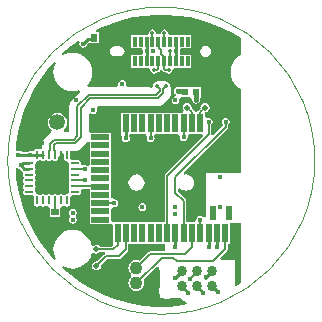
<source format=gtl>
G04*
G04 #@! TF.GenerationSoftware,Altium Limited,Altium Designer,19.0.14 (431)*
G04*
G04 Layer_Physical_Order=1*
G04 Layer_Color=255*
%FSLAX25Y25*%
%MOIN*%
G70*
G01*
G75*
%ADD14C,0.00050*%
%ADD15C,0.01968*%
%ADD16O,0.03150X0.00984*%
%ADD17O,0.00984X0.03150*%
%ADD18R,0.10551X0.10551*%
%ADD19R,0.01968X0.04724*%
%ADD20R,0.03543X0.06299*%
%ADD21R,0.01968X0.06299*%
%ADD22R,0.06299X0.01968*%
%ADD23R,0.02323X0.02441*%
G04:AMPARAMS|DCode=24|XSize=40.55mil|YSize=19.68mil|CornerRadius=0mil|HoleSize=0mil|Usage=FLASHONLY|Rotation=141.000|XOffset=0mil|YOffset=0mil|HoleType=Round|Shape=Rectangle|*
%AMROTATEDRECTD24*
4,1,4,0.02195,-0.00511,0.00956,-0.02041,-0.02195,0.00511,-0.00956,0.02041,0.02195,-0.00511,0.0*
%
%ADD24ROTATEDRECTD24*%

%ADD25R,0.01181X0.03347*%
%ADD26R,0.03228X0.02165*%
G04:AMPARAMS|DCode=27|XSize=40.55mil|YSize=19.68mil|CornerRadius=0mil|HoleSize=0mil|Usage=FLASHONLY|Rotation=219.000|XOffset=0mil|YOffset=0mil|HoleType=Round|Shape=Rectangle|*
%AMROTATEDRECTD27*
4,1,4,0.00956,0.02041,0.02195,0.00511,-0.00956,-0.02041,-0.02195,-0.00511,0.00956,0.02041,0.0*
%
%ADD27ROTATEDRECTD27*%

%ADD28R,0.02441X0.02598*%
%ADD29R,0.01575X0.01181*%
%ADD30R,0.02598X0.02441*%
%ADD54C,0.03398*%
%ADD55C,0.00600*%
%ADD56C,0.01000*%
%ADD57C,0.01500*%
%ADD58C,0.00700*%
%ADD59C,0.00701*%
%ADD60C,0.02000*%
%ADD61R,0.05315X0.05315*%
%ADD62C,0.05315*%
%ADD63C,0.04331*%
%ADD64R,0.04331X0.04331*%
%ADD65C,0.05118*%
%ADD66C,0.01600*%
%ADD67C,0.01400*%
G36*
X5720Y48332D02*
X9495Y47734D01*
X13211Y46842D01*
X16845Y45662D01*
X20376Y44199D01*
X23781Y42464D01*
X26575Y40752D01*
Y35212D01*
X25952Y34879D01*
X24976Y34079D01*
X24176Y33103D01*
X23581Y31991D01*
X23215Y30783D01*
X23091Y29528D01*
X23215Y28272D01*
X23581Y27064D01*
X24176Y25952D01*
X24976Y24976D01*
X25952Y24176D01*
X26575Y23843D01*
Y-3434D01*
X26575Y-4134D01*
X14764D01*
Y-18701D01*
X13859D01*
X13499Y-18461D01*
X12992Y-18360D01*
X12485Y-18461D01*
X12055Y-18748D01*
X11768Y-19178D01*
X11667Y-19685D01*
X11702Y-19863D01*
X11237Y-20563D01*
X8347D01*
Y-13386D01*
X8281Y-13054D01*
X8093Y-12773D01*
X5591Y-10271D01*
Y-9323D01*
X6291Y-9086D01*
X6367Y-9184D01*
X6923Y-9612D01*
X7572Y-9880D01*
X8268Y-9972D01*
X8963Y-9880D01*
X9612Y-9612D01*
X10169Y-9184D01*
X10596Y-8628D01*
X10864Y-7979D01*
X10956Y-7283D01*
X10864Y-6588D01*
X10596Y-5939D01*
X10169Y-5382D01*
X9612Y-4955D01*
X8963Y-4687D01*
X8268Y-4595D01*
X7636Y-4678D01*
X7580Y-4626D01*
X7438Y-3886D01*
X22070Y10746D01*
X22257Y11027D01*
X22323Y11358D01*
Y12008D01*
X22394Y12055D01*
X22681Y12485D01*
X22782Y12992D01*
X22681Y13499D01*
X22394Y13929D01*
X21964Y14217D01*
X21457Y14318D01*
X20949Y14217D01*
X20519Y13929D01*
X20232Y13499D01*
X20131Y12992D01*
X20232Y12485D01*
X20519Y12055D01*
X20282Y11410D01*
X17242Y8369D01*
X17108Y8400D01*
X16597Y8714D01*
X16615Y8805D01*
Y12008D01*
X16685Y12055D01*
X16973Y12485D01*
X17074Y12992D01*
X16973Y13499D01*
X16685Y13929D01*
X16255Y14217D01*
X15748Y14318D01*
X15241Y14217D01*
X15176Y14174D01*
X14476Y14548D01*
Y15526D01*
X14551Y16083D01*
X15072Y16304D01*
X15146Y16318D01*
X15637Y16646D01*
X15965Y17137D01*
X16080Y17717D01*
X15965Y18296D01*
X15637Y18787D01*
X15146Y19115D01*
X14567Y19230D01*
X13988Y19115D01*
X13497Y18787D01*
X13169Y18296D01*
X13054Y17717D01*
X13101Y17477D01*
X12429Y16805D01*
X12241Y16524D01*
X12234Y16488D01*
X11700Y16183D01*
X10997Y16418D01*
X10976Y16524D01*
X10788Y16805D01*
X10116Y17477D01*
X10164Y17717D01*
X10048Y18296D01*
X9720Y18787D01*
X9229Y19115D01*
X8650Y19230D01*
X8071Y19115D01*
X7580Y18787D01*
X7252Y18296D01*
X7137Y17717D01*
X7252Y17137D01*
X7510Y16751D01*
X7391Y16342D01*
X7211Y16051D01*
X-13295D01*
Y8752D01*
X-13295D01*
X-12992Y8052D01*
X-13036Y7988D01*
X-13137Y7480D01*
X-13036Y6973D01*
X-12748Y6543D01*
X-12318Y6256D01*
X-11811Y6155D01*
X-11304Y6256D01*
X-10874Y6543D01*
X-10587Y6973D01*
X-10486Y7480D01*
X-10587Y7988D01*
X-10629Y8052D01*
X-10312Y8752D01*
X-5099D01*
X-4725Y8052D01*
X-4768Y7988D01*
X-4869Y7480D01*
X-4768Y6973D01*
X-4481Y6543D01*
X-4050Y6256D01*
X-3543Y6155D01*
X-3036Y6256D01*
X-2606Y6543D01*
X-2319Y6973D01*
X-2218Y7480D01*
X-2319Y7988D01*
X-2362Y8052D01*
X-1988Y8752D01*
X5726D01*
X6190Y8052D01*
X6155Y7874D01*
X6256Y7367D01*
X6543Y6937D01*
X6973Y6650D01*
X7480Y6549D01*
X7988Y6650D01*
X8418Y6937D01*
X8705Y7367D01*
X8806Y7874D01*
X8770Y8052D01*
X9235Y8752D01*
X13555D01*
X13823Y8105D01*
X1356Y-4362D01*
X1168Y-4643D01*
X1102Y-4975D01*
Y-20563D01*
X-15926D01*
X-16051Y-20563D01*
X-16626Y-20261D01*
Y-15983D01*
X-16556Y-15873D01*
X-16095Y-15510D01*
X-15926Y-15463D01*
X-15748Y-15499D01*
X-15241Y-15398D01*
X-14811Y-15111D01*
X-14524Y-14681D01*
X-14423Y-14173D01*
X-14524Y-13666D01*
X-14811Y-13236D01*
X-15241Y-12949D01*
X-15748Y-12848D01*
X-15926Y-12883D01*
X-16565Y-12459D01*
X-16626Y-12363D01*
Y-7390D01*
Y-4634D01*
Y-1878D01*
Y878D01*
Y3634D01*
Y6390D01*
Y9358D01*
X-23468D01*
X-23925Y9358D01*
X-24168Y9958D01*
Y15619D01*
X-23882Y15798D01*
X-23468Y15920D01*
X-23145Y15705D01*
X-22638Y15604D01*
X-22131Y15705D01*
X-21701Y15992D01*
X-21413Y16422D01*
X-21312Y16929D01*
X-21413Y17436D01*
X-21443Y17481D01*
X-21069Y18181D01*
X-1200D01*
X-505Y18272D01*
X142Y18541D01*
X698Y18967D01*
X2449Y20718D01*
X2875Y21274D01*
X3144Y21921D01*
X3235Y22616D01*
Y23975D01*
X3144Y24670D01*
X2875Y25318D01*
X2449Y25874D01*
X1893Y26301D01*
X1245Y26569D01*
X550Y26660D01*
X0Y26588D01*
X-550Y26660D01*
X-1245Y26569D01*
X-1893Y26301D01*
X-2449Y25874D01*
X-2875Y25318D01*
X-3144Y24670D01*
X-3146Y24651D01*
X-11214D01*
X-11339Y24749D01*
X-11714Y25351D01*
X-11667Y25591D01*
X-11767Y26098D01*
X-12055Y26528D01*
X-12485Y26815D01*
X-12992Y26916D01*
X-13499Y26815D01*
X-13929Y26528D01*
X-14217Y26098D01*
X-14318Y25591D01*
X-14270Y25351D01*
X-14645Y24749D01*
X-14770Y24651D01*
X-24159D01*
X-24359Y24625D01*
X-24725Y25283D01*
X-24176Y25952D01*
X-23581Y27064D01*
X-23215Y28272D01*
X-23091Y29528D01*
X-23215Y30783D01*
X-23581Y31991D01*
X-24176Y33103D01*
X-24976Y34079D01*
X-25952Y34879D01*
X-27064Y35474D01*
X-28272Y35840D01*
X-29528Y35964D01*
X-30783Y35840D01*
X-31991Y35474D01*
X-32681Y35105D01*
X-33103Y35673D01*
X-33037Y35739D01*
X-30131Y38221D01*
X-27727Y39968D01*
X-27222Y39496D01*
X-27210Y39478D01*
X-27310Y38976D01*
X-27209Y38469D01*
X-26921Y38039D01*
X-26491Y37752D01*
X-25984Y37651D01*
X-25477Y37752D01*
X-25047Y38039D01*
X-24760Y38469D01*
X-24688Y38831D01*
X-24632Y38887D01*
X-24063Y39205D01*
X-20622D01*
Y42803D01*
X-21616D01*
X-21780Y43484D01*
X-20376Y44199D01*
X-16845Y45662D01*
X-13211Y46842D01*
X-9495Y47734D01*
X-5720Y48332D01*
X-1911Y48632D01*
X1911D01*
X5720Y48332D01*
D02*
G37*
G36*
X-35105Y32681D02*
X-35474Y31991D01*
X-35840Y30783D01*
X-35964Y29528D01*
X-35840Y28272D01*
X-35474Y27064D01*
X-34879Y25952D01*
X-34079Y24976D01*
X-33103Y24176D01*
X-31991Y23581D01*
X-30783Y23215D01*
X-29528Y23091D01*
X-28272Y23215D01*
X-27448Y23465D01*
X-27077Y22846D01*
X-29851Y20071D01*
X-30278Y19515D01*
X-30546Y18867D01*
X-30638Y18172D01*
Y9691D01*
X-32355D01*
X-32593Y10391D01*
X-32394Y10543D01*
X-31888Y11203D01*
X-31569Y11971D01*
X-31461Y12795D01*
X-31569Y13620D01*
X-31888Y14388D01*
X-32394Y15047D01*
X-33053Y15553D01*
X-33821Y15871D01*
X-34646Y15980D01*
X-35470Y15871D01*
X-36238Y15553D01*
X-36898Y15047D01*
X-37404Y14388D01*
X-37722Y13620D01*
X-37830Y12795D01*
X-37722Y11971D01*
X-37404Y11203D01*
X-36898Y10543D01*
X-36526Y10258D01*
X-36516Y10214D01*
X-36642Y9488D01*
X-37021Y9331D01*
X-37577Y8904D01*
X-38866Y7615D01*
X-39293Y7059D01*
X-39561Y6412D01*
X-39652Y5717D01*
Y4007D01*
X-39757Y3986D01*
X-40085Y3766D01*
X-40623D01*
X-40951Y3986D01*
X-41339Y4063D01*
X-41726Y3986D01*
X-42054Y3766D01*
X-42273Y3438D01*
X-42305Y3281D01*
X-42976Y3084D01*
X-43035Y3087D01*
X-43194Y3193D01*
X-43701Y3294D01*
X-44208Y3193D01*
X-44515Y2988D01*
X-46350D01*
Y3065D01*
X-48026D01*
X-48501Y3579D01*
X-48332Y5720D01*
X-47734Y9495D01*
X-46842Y13211D01*
X-45662Y16845D01*
X-44199Y20376D01*
X-42464Y23781D01*
X-40467Y27039D01*
X-38221Y30131D01*
X-35739Y33037D01*
X-35673Y33103D01*
X-35105Y32681D01*
D02*
G37*
G36*
X-32508Y2392D02*
Y886D01*
X-32431Y499D01*
X-32211Y170D01*
X-31883Y-49D01*
X-31514Y-122D01*
X-31494Y-128D01*
X-31214Y-407D01*
X-30935Y-687D01*
X-30929Y-706D01*
X-30856Y-1076D01*
X-30637Y-1404D01*
Y-1942D01*
X-30856Y-2270D01*
X-30933Y-2657D01*
X-30856Y-3045D01*
X-30637Y-3373D01*
Y-3911D01*
X-30856Y-4239D01*
X-30933Y-4626D01*
X-30856Y-5013D01*
X-30637Y-5341D01*
Y-5879D01*
X-30856Y-6207D01*
X-30933Y-6594D01*
X-30856Y-6982D01*
X-30637Y-7310D01*
Y-7848D01*
X-30856Y-8176D01*
X-30933Y-8563D01*
X-30856Y-8950D01*
X-30637Y-9278D01*
Y-9816D01*
X-30856Y-10144D01*
X-30929Y-10514D01*
X-30935Y-10533D01*
X-31214Y-10813D01*
X-31494Y-11093D01*
X-31514Y-11098D01*
X-31883Y-11172D01*
X-32211Y-11391D01*
X-32749D01*
X-33077Y-11172D01*
X-33465Y-11095D01*
X-33852Y-11172D01*
X-34180Y-11391D01*
X-34718D01*
X-35046Y-11172D01*
X-35433Y-11095D01*
X-35820Y-11172D01*
X-36148Y-11391D01*
X-36686D01*
X-37014Y-11172D01*
X-37402Y-11095D01*
X-37789Y-11172D01*
X-38117Y-11391D01*
X-38655D01*
X-38983Y-11172D01*
X-39370Y-11095D01*
X-39757Y-11172D01*
X-40085Y-11391D01*
X-40623D01*
X-40951Y-11172D01*
X-41321Y-11098D01*
X-41340Y-11093D01*
X-41620Y-10813D01*
X-41900Y-10533D01*
X-41905Y-10514D01*
X-41979Y-10144D01*
X-42198Y-9816D01*
Y-9278D01*
X-41979Y-8950D01*
X-41902Y-8563D01*
X-41979Y-8176D01*
X-42198Y-7848D01*
Y-7310D01*
X-41979Y-6982D01*
X-41902Y-6594D01*
X-41979Y-6207D01*
X-42198Y-5879D01*
Y-5341D01*
X-41979Y-5013D01*
X-41902Y-4626D01*
X-41979Y-4239D01*
X-42198Y-3911D01*
Y-3373D01*
X-41979Y-3045D01*
X-41902Y-2657D01*
X-41979Y-2270D01*
X-42198Y-1942D01*
Y-1404D01*
X-41979Y-1076D01*
X-41905Y-706D01*
X-41900Y-687D01*
X-41620Y-407D01*
X-41340Y-128D01*
X-41321Y-122D01*
X-40951Y-49D01*
X-40623Y170D01*
X-40085D01*
X-39757Y-49D01*
X-39370Y-126D01*
X-38983Y-49D01*
X-38655Y170D01*
X-38117D01*
X-37789Y-49D01*
X-37402Y-126D01*
X-37014Y-49D01*
X-36686Y170D01*
X-36148D01*
X-35820Y-49D01*
X-35433Y-126D01*
X-35046Y-49D01*
X-34718Y170D01*
X-34499Y499D01*
X-34422Y886D01*
Y1343D01*
X-33969Y1691D01*
X-33542Y2247D01*
X-33274Y2894D01*
X-33258Y3010D01*
X-33208Y3016D01*
X-32508Y2392D01*
D02*
G37*
G36*
X-24103Y6250D02*
X-23925Y6157D01*
Y3634D01*
Y878D01*
Y-1550D01*
X-24625Y-1762D01*
X-24653Y-1720D01*
X-25083Y-1433D01*
X-25591Y-1332D01*
X-26098Y-1433D01*
X-26315Y-1578D01*
X-26816Y-1081D01*
X-26821Y-1074D01*
X-26744Y-689D01*
X-26821Y-302D01*
X-27041Y26D01*
X-27369Y246D01*
X-27756Y323D01*
X-29921D01*
X-30485Y886D01*
Y3051D01*
X-30346Y3220D01*
X-28759D01*
X-28064Y3312D01*
X-27417Y3580D01*
X-26861Y4007D01*
X-24954Y5913D01*
X-24625Y6342D01*
X-24103Y6250D01*
D02*
G37*
G36*
X-47788Y-2512D02*
X-47358Y-2799D01*
X-46996Y-2871D01*
X-46489Y-3378D01*
X-46325Y-3488D01*
X-46064Y-4117D01*
X-46033Y-4338D01*
X-46090Y-4626D01*
X-46013Y-5013D01*
X-45794Y-5341D01*
Y-5879D01*
X-46013Y-6207D01*
X-46090Y-6594D01*
X-46013Y-6982D01*
X-45794Y-7310D01*
Y-7848D01*
X-46013Y-8176D01*
X-46090Y-8563D01*
X-46013Y-8950D01*
X-45794Y-9278D01*
Y-9816D01*
X-46013Y-10144D01*
X-46090Y-10531D01*
X-46013Y-10919D01*
X-45794Y-11247D01*
X-45466Y-11466D01*
X-45079Y-11543D01*
X-42913D01*
X-42350Y-12106D01*
Y-14272D01*
X-42273Y-14659D01*
X-42054Y-14987D01*
X-41726Y-15206D01*
X-41339Y-15283D01*
X-40951Y-15206D01*
X-40623Y-14987D01*
X-40085D01*
X-39757Y-15206D01*
X-39370Y-15283D01*
X-38983Y-15206D01*
X-38655Y-14987D01*
X-38117D01*
X-37789Y-15206D01*
X-37377Y-15383D01*
X-37232Y-15963D01*
Y-18886D01*
X-33634D01*
Y-15963D01*
X-33489Y-15383D01*
X-33077Y-15206D01*
X-32749Y-14987D01*
X-32211D01*
X-31883Y-15206D01*
X-31496Y-15283D01*
X-31109Y-15206D01*
X-30781Y-14987D01*
X-30562Y-14659D01*
X-30485Y-14272D01*
Y-12106D01*
X-29921Y-11543D01*
X-27756D01*
X-27369Y-11466D01*
X-27041Y-11247D01*
X-26821Y-10919D01*
X-26744Y-10531D01*
X-26821Y-10144D01*
X-26831Y-10130D01*
X-26457Y-9430D01*
X-23925D01*
Y-12902D01*
Y-15657D01*
Y-18413D01*
Y-21169D01*
X-16751D01*
X-16626Y-21169D01*
X-16051Y-21472D01*
Y-27862D01*
X-16051D01*
X-15949Y-28108D01*
X-16393Y-28661D01*
X-20448D01*
X-20583Y-28457D01*
X-21074Y-28129D01*
X-21654Y-28014D01*
X-22233Y-28129D01*
X-22507Y-28313D01*
X-22729Y-28300D01*
X-23153Y-28145D01*
X-23281Y-28052D01*
X-23581Y-27064D01*
X-24176Y-25952D01*
X-24976Y-24976D01*
X-25952Y-24176D01*
X-27064Y-23581D01*
X-28272Y-23215D01*
X-29528Y-23091D01*
X-30783Y-23215D01*
X-31991Y-23581D01*
X-33103Y-24176D01*
X-34079Y-24976D01*
X-34879Y-25952D01*
X-35474Y-27064D01*
X-35840Y-28272D01*
X-35964Y-29528D01*
X-35840Y-30783D01*
X-35474Y-31991D01*
X-35105Y-32681D01*
X-35673Y-33103D01*
X-35739Y-33037D01*
X-38221Y-30131D01*
X-40467Y-27040D01*
X-42464Y-23781D01*
X-44199Y-20376D01*
X-45662Y-16845D01*
X-46842Y-13211D01*
X-47734Y-9495D01*
X-48332Y-5720D01*
X-48579Y-2588D01*
X-47895Y-2351D01*
X-47788Y-2512D01*
D02*
G37*
G36*
X1378Y-29724D02*
X882Y-30217D01*
X-3721D01*
X-4053Y-30283D01*
X-4334Y-30471D01*
X-7153Y-33290D01*
X-7631Y-33092D01*
X-8327Y-33001D01*
X-9023Y-33092D01*
X-9671Y-33361D01*
X-10228Y-33788D01*
X-10655Y-34345D01*
X-10924Y-34993D01*
X-11015Y-35689D01*
X-10924Y-36385D01*
X-10655Y-37033D01*
X-10228Y-37590D01*
X-9994Y-37769D01*
X-9986Y-37784D01*
Y-38594D01*
X-9994Y-38609D01*
X-10228Y-38788D01*
X-10655Y-39345D01*
X-10924Y-39993D01*
X-11015Y-40689D01*
X-10924Y-41385D01*
X-10655Y-42033D01*
X-10228Y-42590D01*
X-9671Y-43017D01*
X-9023Y-43286D01*
X-8327Y-43377D01*
X-7631Y-43286D01*
X-6983Y-43017D01*
X-6426Y-42590D01*
X-5999Y-42033D01*
X-5730Y-41385D01*
X-5638Y-40689D01*
X-5730Y-39993D01*
X-5928Y-39516D01*
X-1553Y-35141D01*
X-1085Y-35300D01*
X-867Y-35445D01*
X-786Y-36066D01*
X-517Y-36714D01*
X-395Y-36873D01*
Y-41867D01*
X-517Y-42026D01*
X-786Y-42674D01*
X-877Y-43370D01*
X-786Y-44066D01*
X-517Y-44714D01*
X-395Y-44873D01*
Y-45641D01*
X392D01*
X467Y-45698D01*
X1115Y-45967D01*
X1811Y-46058D01*
X2507Y-45967D01*
X3155Y-45698D01*
X3230Y-45641D01*
X5302D01*
X5751Y-45827D01*
X6449Y-45919D01*
X6780Y-46350D01*
X7441Y-46857D01*
X8210Y-47175D01*
X8396Y-47200D01*
X8405Y-47907D01*
X5720Y-48332D01*
X1911Y-48632D01*
X-1911D01*
X-5720Y-48332D01*
X-9495Y-47734D01*
X-13211Y-46842D01*
X-16845Y-45662D01*
X-20376Y-44199D01*
X-23781Y-42464D01*
X-27040Y-40467D01*
X-30131Y-38221D01*
X-33037Y-35739D01*
X-33103Y-35673D01*
X-32681Y-35105D01*
X-31991Y-35474D01*
X-30783Y-35840D01*
X-29528Y-35964D01*
X-28272Y-35840D01*
X-27064Y-35474D01*
X-25952Y-34879D01*
X-24976Y-34079D01*
X-24176Y-33103D01*
X-23581Y-31991D01*
X-23281Y-31003D01*
X-23153Y-30910D01*
X-22729Y-30755D01*
X-22507Y-30742D01*
X-22233Y-30926D01*
X-21654Y-31041D01*
X-21074Y-30926D01*
X-20583Y-30598D01*
X-20448Y-30394D01*
X-18930D01*
X-18836Y-31089D01*
X-19117Y-31277D01*
X-21414Y-33574D01*
X-21654Y-33526D01*
X-22233Y-33641D01*
X-22724Y-33969D01*
X-23052Y-34460D01*
X-23167Y-35039D01*
X-23052Y-35618D01*
X-22724Y-36110D01*
X-22233Y-36437D01*
X-21654Y-36553D01*
X-21074Y-36437D01*
X-20583Y-36110D01*
X-20255Y-35618D01*
X-20140Y-35039D01*
X-20188Y-34799D01*
X-18145Y-32756D01*
X-14173D01*
X-13842Y-32690D01*
X-13560Y-32503D01*
X-11198Y-30140D01*
X-11010Y-29859D01*
X-10944Y-29528D01*
Y-27862D01*
X1378D01*
Y-29724D01*
D02*
G37*
G36*
X26575Y-20669D02*
X26575Y-21369D01*
Y-40752D01*
X25019Y-41706D01*
X24408Y-41364D01*
Y-40065D01*
X24499Y-39370D01*
X24408Y-38675D01*
Y-33042D01*
X19784D01*
X19516Y-32395D01*
X21873Y-30039D01*
X22061Y-29758D01*
X22127Y-29426D01*
Y-27862D01*
X22744D01*
Y-20669D01*
X26575D01*
D02*
G37*
%LPC*%
G36*
X984Y43743D02*
X516Y43650D01*
X119Y43385D01*
X-146Y42988D01*
X-239Y42520D01*
X-577Y42117D01*
X-1391D01*
X-1729Y42520D01*
X-1822Y42988D01*
X-2088Y43385D01*
X-2485Y43650D01*
X-2953Y43743D01*
X-3421Y43650D01*
X-3818Y43385D01*
X-4083Y42988D01*
X-4176Y42520D01*
X-4732Y41858D01*
X-9949D01*
Y37512D01*
X-6595D01*
X-6357Y37201D01*
X-6168Y36812D01*
X-6247Y36417D01*
X-6168Y36023D01*
X-6357Y35634D01*
X-6595Y35323D01*
X-9949D01*
Y30976D01*
X-4154D01*
X-3625Y30276D01*
X-3625Y30276D01*
X-3532Y29807D01*
X-3267Y29410D01*
X-2870Y29145D01*
X-2402Y29052D01*
X-1933Y29145D01*
X-1536Y29410D01*
X-1503Y29460D01*
X-1336D01*
X-1336Y29460D01*
X-1024Y29522D01*
X-759Y29699D01*
X-408Y30050D01*
X-408Y30050D01*
X-389Y30078D01*
X-367Y30086D01*
X367D01*
X389Y30078D01*
X408Y30050D01*
X759Y29699D01*
X759Y29699D01*
X1024Y29522D01*
X1336Y29460D01*
X1336Y29460D01*
X1503D01*
X1536Y29410D01*
X1933Y29145D01*
X2402Y29052D01*
X2870Y29145D01*
X3267Y29410D01*
X3532Y29807D01*
X3625Y30276D01*
X3625Y30276D01*
X4154Y30976D01*
X9949D01*
Y35323D01*
X6595D01*
X6357Y35634D01*
X6168Y36023D01*
X6247Y36417D01*
X6168Y36812D01*
X6357Y37201D01*
X6595Y37512D01*
X9949D01*
Y41858D01*
X2763D01*
X2208Y42520D01*
X2115Y42988D01*
X1849Y43385D01*
X1453Y43650D01*
X984Y43743D01*
D02*
G37*
G36*
X-13937Y38091D02*
X-15590D01*
X-16231Y37964D01*
X-16774Y37601D01*
X-17137Y37058D01*
X-17264Y36417D01*
X-17137Y35777D01*
X-16774Y35234D01*
X-16231Y34871D01*
X-15590Y34743D01*
X-13937D01*
X-13296Y34871D01*
X-12753Y35234D01*
X-12391Y35777D01*
X-12263Y36417D01*
X-12391Y37058D01*
X-12753Y37601D01*
X-13296Y37964D01*
X-13937Y38091D01*
D02*
G37*
G36*
X14764Y38252D02*
X14062Y38112D01*
X13467Y37714D01*
X13069Y37119D01*
X12929Y36417D01*
X13069Y35715D01*
X13467Y35120D01*
X14062Y34723D01*
X14764Y34583D01*
X15466Y34723D01*
X16061Y35120D01*
X16459Y35715D01*
X16598Y36417D01*
X16459Y37119D01*
X16061Y37714D01*
X15466Y38112D01*
X14764Y38252D01*
D02*
G37*
G36*
X9973Y24555D02*
X9272Y24555D01*
X6390D01*
Y24555D01*
X5690Y24518D01*
X5512Y24554D01*
X5005Y24453D01*
X4575Y24166D01*
X4287Y23736D01*
X4186Y23228D01*
X4287Y22721D01*
X4575Y22291D01*
X4880Y22087D01*
X4733Y21444D01*
X4714Y21402D01*
X4217Y21303D01*
X3787Y21016D01*
X3500Y20586D01*
X3399Y20079D01*
X3500Y19571D01*
X3787Y19141D01*
X4217Y18854D01*
X4724Y18753D01*
X5232Y18854D01*
X5662Y19141D01*
X5949Y19571D01*
X6050Y20079D01*
X5996Y20350D01*
X6179Y20847D01*
X6417Y21093D01*
X6946Y21114D01*
X7060Y21114D01*
X9272D01*
X9713Y21114D01*
X10002Y21057D01*
X10332Y20414D01*
X10308Y20295D01*
X10409Y19788D01*
X10697Y19358D01*
X11127Y19071D01*
X11634Y18970D01*
X12141Y19071D01*
X12571Y19358D01*
X12858Y19788D01*
X12959Y20295D01*
X12936Y20414D01*
X13295Y21114D01*
X13295D01*
Y24555D01*
X9973Y24555D01*
D02*
G37*
G36*
X-8268Y-4595D02*
X-8963Y-4687D01*
X-9612Y-4955D01*
X-10169Y-5382D01*
X-10596Y-5939D01*
X-10864Y-6588D01*
X-10956Y-7283D01*
X-10864Y-7979D01*
X-10596Y-8628D01*
X-10169Y-9184D01*
X-9612Y-9612D01*
X-8963Y-9880D01*
X-8268Y-9972D01*
X-7572Y-9880D01*
X-6923Y-9612D01*
X-6367Y-9184D01*
X-5940Y-8628D01*
X-5671Y-7979D01*
X-5579Y-7283D01*
X-5671Y-6588D01*
X-5940Y-5939D01*
X-6367Y-5382D01*
X-6923Y-4955D01*
X-7572Y-4687D01*
X-8268Y-4595D01*
D02*
G37*
G36*
X-6299Y-14127D02*
X-6806Y-14228D01*
X-7237Y-14515D01*
X-7524Y-14945D01*
X-7625Y-15453D01*
X-7524Y-15960D01*
X-7237Y-16390D01*
X-6806Y-16677D01*
X-6299Y-16778D01*
X-5792Y-16677D01*
X-5362Y-16390D01*
X-5075Y-15960D01*
X-4974Y-15453D01*
X-5075Y-14945D01*
X-5362Y-14515D01*
X-5792Y-14228D01*
X-6299Y-14127D01*
D02*
G37*
G36*
X-29528Y-15997D02*
X-30035Y-16098D01*
X-30465Y-16386D01*
X-30752Y-16816D01*
X-30853Y-17323D01*
X-30752Y-17830D01*
X-30465Y-18260D01*
Y-18748D01*
X-30752Y-19178D01*
X-30853Y-19685D01*
X-30752Y-20192D01*
X-30465Y-20622D01*
X-30035Y-20910D01*
X-29528Y-21011D01*
X-29020Y-20910D01*
X-28590Y-20622D01*
X-28303Y-20192D01*
X-28202Y-19685D01*
X-28303Y-19178D01*
X-28590Y-18748D01*
Y-18260D01*
X-28303Y-17830D01*
X-28202Y-17323D01*
X-28303Y-16816D01*
X-28590Y-16386D01*
X-29020Y-16098D01*
X-29528Y-15997D01*
D02*
G37*
%LPD*%
D14*
X51181Y0D02*
G03*
X51181Y0I-51181J0D01*
G01*
D15*
X8650Y17717D02*
D03*
X-21654Y-29528D02*
D03*
Y-35039D02*
D03*
X14567Y17717D02*
D03*
D16*
X-28839Y-10531D02*
D03*
Y-8563D02*
D03*
Y-689D02*
D03*
Y-4626D02*
D03*
Y-2657D02*
D03*
Y-6594D02*
D03*
X-43996Y-10531D02*
D03*
Y-8563D02*
D03*
Y-2657D02*
D03*
Y-6594D02*
D03*
Y-4626D02*
D03*
Y-689D02*
D03*
D17*
X-31496Y-13189D02*
D03*
X-33465Y1969D02*
D03*
X-31496D02*
D03*
X-39370Y-13189D02*
D03*
X-41339D02*
D03*
X-33465D02*
D03*
X-37402D02*
D03*
X-35433D02*
D03*
Y1969D02*
D03*
X-37402D02*
D03*
X-41339D02*
D03*
X-39370D02*
D03*
D18*
X-36417Y-5610D02*
D03*
D19*
X17126Y-17323D02*
D03*
X22638D02*
D03*
D20*
X24803Y-24213D02*
D03*
Y12402D02*
D03*
D21*
X21260Y-24213D02*
D03*
X18504D02*
D03*
X15748D02*
D03*
X12992D02*
D03*
X10236D02*
D03*
X7480D02*
D03*
X4724D02*
D03*
X1969D02*
D03*
X-787D02*
D03*
X-3543D02*
D03*
X-6299D02*
D03*
X-9055D02*
D03*
X-11811D02*
D03*
X-14567D02*
D03*
X-11811Y12402D02*
D03*
X-9055D02*
D03*
X-6299D02*
D03*
X-3543D02*
D03*
X-787D02*
D03*
X1969D02*
D03*
X4724D02*
D03*
X7480D02*
D03*
X10236D02*
D03*
X12992D02*
D03*
D22*
X-20276Y-22441D02*
D03*
Y-19685D02*
D03*
Y-16929D02*
D03*
Y-14173D02*
D03*
Y-11417D02*
D03*
Y-8661D02*
D03*
Y-5906D02*
D03*
Y-3150D02*
D03*
Y-394D02*
D03*
Y2362D02*
D03*
Y5118D02*
D03*
Y7874D02*
D03*
Y10630D02*
D03*
D23*
X11634Y22835D02*
D03*
X8051D02*
D03*
D24*
X-14842Y32480D02*
D03*
X14842Y40354D02*
D03*
D25*
X-10827Y33150D02*
D03*
X-6890D02*
D03*
X-8858D02*
D03*
X-2953D02*
D03*
X-4921D02*
D03*
X-8858Y39685D02*
D03*
X-10827D02*
D03*
X-6890D02*
D03*
X-4921D02*
D03*
X-2953D02*
D03*
X-984Y33150D02*
D03*
X984D02*
D03*
X2953D02*
D03*
X6890D02*
D03*
X4921D02*
D03*
X8858D02*
D03*
X10827D02*
D03*
X-984Y39685D02*
D03*
X984D02*
D03*
X2953D02*
D03*
X4921D02*
D03*
X10827D02*
D03*
X6890D02*
D03*
X8858D02*
D03*
D26*
X0Y27953D02*
D03*
X-4724D02*
D03*
X0Y44882D02*
D03*
X-4724D02*
D03*
X4724Y27953D02*
D03*
Y44882D02*
D03*
D27*
X-14842Y40354D02*
D03*
X14842Y32480D02*
D03*
D28*
X-22343Y41004D02*
D03*
Y37539D02*
D03*
D29*
X-47638Y1974D02*
D03*
Y4336D02*
D03*
D30*
X-35433Y-17165D02*
D03*
X-38898D02*
D03*
D54*
X6811Y-41870D02*
D03*
Y-36870D02*
D03*
X11811Y-41870D02*
D03*
Y-36870D02*
D03*
X16811Y-41870D02*
D03*
Y-36870D02*
D03*
D55*
X-23703Y20866D02*
X-1200D01*
X-24159Y21966D02*
X-1656D01*
X-1575Y25000D02*
X-550Y23975D01*
Y23072D02*
Y23975D01*
X-1656Y21966D02*
X-550Y23072D01*
X-27953Y18172D02*
X-24159Y21966D01*
X-27953Y8268D02*
Y18172D01*
X-29215Y7006D02*
X-27953Y8268D01*
X-35679Y7006D02*
X-29215D01*
X-36967Y3589D02*
Y5717D01*
X-35679Y7006D01*
X-37402Y3155D02*
X-36967Y3589D01*
X-37402Y1969D02*
Y3155D01*
X550Y23975D02*
X1575Y25000D01*
X550Y22616D02*
Y23975D01*
X-1200Y20866D02*
X550Y22616D01*
X-26853Y17717D02*
X-23703Y20866D01*
X-26853Y7812D02*
Y17717D01*
X-28759Y5906D02*
X-26853Y7812D01*
X-35223Y5906D02*
X-28759D01*
X-35867Y5261D02*
X-35223Y5906D01*
X-35867Y3589D02*
X-35433Y3155D01*
X-35867Y3589D02*
Y5261D01*
X-35433Y1969D02*
Y3155D01*
X-2402Y30276D02*
X-1336D01*
X984Y33150D02*
Y34650D01*
X-984Y30627D02*
Y33150D01*
X-2461Y30276D02*
X-2451Y30285D01*
X984Y30627D02*
X1336Y30276D01*
X984Y30627D02*
Y33150D01*
X-1336Y30276D02*
X-984Y30627D01*
X1336Y30276D02*
X2402D01*
X-694Y37702D02*
Y39395D01*
Y37702D02*
X0Y37008D01*
Y35635D02*
Y37008D01*
Y35635D02*
X984Y34650D01*
X-984Y39685D02*
X-694Y39395D01*
X984Y39685D02*
Y42520D01*
D56*
X-11811Y7480D02*
Y12402D01*
X-11417Y12795D01*
X-47638Y4336D02*
X-43706D01*
X-47632Y1969D02*
X-43701D01*
X-43706Y4336D02*
X-43701Y4331D01*
X-47638Y1974D02*
X-47632Y1969D01*
X4724Y-38957D02*
X6811Y-36870D01*
X4724Y-38976D02*
Y-38957D01*
X-24847Y36964D02*
X-24803Y37008D01*
X-22874D01*
X-22343Y37539D01*
X-15354Y12495D02*
Y12598D01*
X-15583Y12267D02*
X-15354Y12495D01*
X-16473Y12267D02*
X-15583D01*
X-18110Y10630D02*
X-16473Y12267D01*
X-20276Y10630D02*
X-18110D01*
X-43701Y1969D02*
X-41339D01*
X4724Y-28740D02*
Y-24213D01*
X15748Y-28740D02*
Y-24213D01*
X18504Y-28740D02*
Y-24213D01*
X14705Y-38976D02*
X14764Y-38917D01*
X16811Y-36870D01*
Y-41870D02*
X16969D01*
X18986Y-43887D01*
X11811Y-41870D02*
X14035Y-44094D01*
X6811Y-41870D02*
X9035Y-44094D01*
X-4921Y36417D02*
Y39685D01*
Y33150D02*
Y36417D01*
X11634Y20295D02*
X11811Y20118D01*
X4921Y36417D02*
Y39685D01*
Y33150D02*
Y36417D01*
X-10827Y33150D02*
Y36614D01*
Y39685D01*
X10827Y36417D02*
Y39685D01*
Y33150D02*
Y36417D01*
X-25197Y-22441D02*
X-20276D01*
X24803Y12402D02*
Y17003D01*
Y-28740D02*
Y-24213D01*
X-33724Y-4331D02*
X-33465Y-4072D01*
Y1969D01*
X-46850Y-1575D02*
X-45965Y-689D01*
X-43996D01*
X-46850Y-1575D02*
X-45768Y-2657D01*
X-43996D01*
X-41339Y1969D02*
X-39370D01*
X-41732Y-17165D02*
X-38898D01*
X-25984Y38976D02*
X-24500Y40460D01*
X-22813D01*
X-22343Y40931D01*
Y41004D01*
D57*
X11634Y20295D02*
Y22835D01*
X5512Y23228D02*
X5531Y23209D01*
X7677D01*
X8051Y22835D01*
D58*
X4724Y-5374D02*
X21457Y11358D01*
Y12992D01*
X-18504Y-31890D02*
X-14173D01*
X-21654Y-35039D02*
X-18504Y-31890D01*
X-11811Y-29528D02*
Y-24213D01*
X-14173Y-31890D02*
X-11811Y-29528D01*
X-15945D02*
X-14567Y-28150D01*
Y-24213D01*
X-21654Y-29528D02*
X-15945D01*
X7832Y-31084D02*
X10236Y-28679D01*
Y-24213D01*
X-3721Y-31084D02*
X7832D01*
X3966Y-32283D02*
X5222Y-33540D01*
X79Y-32283D02*
X3966D01*
X-8327Y-40689D02*
X79Y-32283D01*
X5222Y-33540D02*
X17146D01*
X-8327Y-35689D02*
X-3721Y-31084D01*
X12992Y-24213D02*
Y-19685D01*
X9449Y-39370D02*
X11811Y-37008D01*
Y-36929D01*
X17146Y-33540D02*
X21260Y-29426D01*
X4724Y-10630D02*
Y-5374D01*
X1969Y-24213D02*
Y-4975D01*
X15748Y8805D01*
Y12992D01*
X21636Y12975D02*
X21654Y12992D01*
X4724Y-10630D02*
X7480Y-13386D01*
Y-24213D02*
Y-13386D01*
X21260Y-29426D02*
Y-24213D01*
X7480Y7874D02*
Y12402D01*
X7480Y12402D01*
X2854Y36410D02*
X2953Y36312D01*
Y33150D02*
Y36312D01*
X-2953Y39685D02*
Y42520D01*
D59*
X-3193Y39925D02*
X-2953Y39685D01*
X-28839Y-2657D02*
X-25591D01*
X13042Y16192D02*
X14567Y17717D01*
X12992Y12402D02*
X13042Y12452D01*
Y16192D01*
X10175Y12463D02*
X10236Y12402D01*
X10175Y12463D02*
Y16192D01*
X8650Y17717D02*
X10175Y16192D01*
X-3543Y7480D02*
Y12402D01*
X-20276Y-14173D02*
X-15748D01*
X-28839Y-6594D02*
X-25591D01*
X-20374Y-8563D02*
X-20276Y-8661D01*
X-28839Y-8563D02*
X-20374D01*
X-35433Y-17165D02*
X-35276Y-17323D01*
X-35433Y-17165D02*
Y-13189D01*
D60*
X-10293Y27953D02*
X-9449D01*
X-10293Y44882D02*
X-9449D01*
X9449D02*
X10293D01*
X9449Y27953D02*
X10293D01*
D61*
X-34646Y18701D02*
D03*
D62*
Y12795D02*
D03*
D63*
X-8327Y-40689D02*
D03*
X-13327D02*
D03*
X-8327Y-35689D02*
D03*
D64*
X-13327D02*
D03*
D65*
X-9449Y27953D02*
D03*
Y44882D02*
D03*
X9449Y27953D02*
D03*
Y44882D02*
D03*
D66*
X-9078Y17184D02*
D03*
X-6102D02*
D03*
X-11811Y7480D02*
D03*
X-43701Y4331D02*
D03*
X1962Y7352D02*
D03*
X10956D02*
D03*
X-36614Y25591D02*
D03*
X-29215Y-36929D02*
D03*
X-37377Y-29426D02*
D03*
X25591Y-39342D02*
D03*
X4733Y-47244D02*
D03*
X22153Y39653D02*
D03*
X19653Y34653D02*
D03*
Y4653D02*
D03*
X22153Y-347D02*
D03*
X19653Y-5347D02*
D03*
Y-15347D02*
D03*
X14653Y44653D02*
D03*
X17153Y-347D02*
D03*
X12153D02*
D03*
X9653Y-15347D02*
D03*
X7153Y19653D02*
D03*
X4653Y-15347D02*
D03*
X2153Y-347D02*
D03*
X-347Y-5347D02*
D03*
X-2847Y-347D02*
D03*
Y-10347D02*
D03*
Y-40347D02*
D03*
X-5347Y-45347D02*
D03*
X-7847Y-347D02*
D03*
Y-30347D02*
D03*
X-10347Y-45347D02*
D03*
X-15347Y44653D02*
D03*
Y4653D02*
D03*
X-12847Y-347D02*
D03*
X-20347Y34653D02*
D03*
Y-25347D02*
D03*
X-17847Y-40347D02*
D03*
X-22847D02*
D03*
X-42847Y-20347D02*
D03*
X4724Y-38976D02*
D03*
X-24803Y37008D02*
D03*
X-15354Y12598D02*
D03*
X-12992Y25591D02*
D03*
X-22638Y16929D02*
D03*
X-28346Y20079D02*
D03*
X4724Y-28740D02*
D03*
X15748D02*
D03*
X12992Y-19685D02*
D03*
X9449Y-39370D02*
D03*
X15748Y12992D02*
D03*
X21457D02*
D03*
X4724Y-17717D02*
D03*
X-6299Y-15453D02*
D03*
X18504Y-28740D02*
D03*
X14764Y-38917D02*
D03*
X18986Y-43887D02*
D03*
X9035Y-44094D02*
D03*
X14035D02*
D03*
X-4921Y36417D02*
D03*
X-2756Y36410D02*
D03*
X5512Y23228D02*
D03*
X4724Y20079D02*
D03*
X11634Y20295D02*
D03*
X9252D02*
D03*
X15748Y26575D02*
D03*
X5906Y30177D02*
D03*
X7480Y7874D02*
D03*
X2402Y47244D02*
D03*
X-2362D02*
D03*
X4921Y36417D02*
D03*
X-10827Y36614D02*
D03*
X10827Y36417D02*
D03*
X-39803Y6063D02*
D03*
X-15551Y-5118D02*
D03*
X-25591Y-2657D02*
D03*
X-25197Y-22441D02*
D03*
X24803Y17003D02*
D03*
Y-28740D02*
D03*
X-3543Y7480D02*
D03*
X-5906D02*
D03*
X21457Y26575D02*
D03*
X12027Y-8858D02*
D03*
X0Y-12205D02*
D03*
X-39961Y-21457D02*
D03*
X-36417Y-6693D02*
D03*
Y-4331D02*
D03*
X-26221Y-17165D02*
D03*
X-43701Y-14961D02*
D03*
Y-12598D02*
D03*
X-29528Y-19685D02*
D03*
Y-17323D02*
D03*
X-46850Y-1575D02*
D03*
X-46055Y7484D02*
D03*
X-43701Y1969D02*
D03*
X-15748Y-14173D02*
D03*
X-25591Y-6594D02*
D03*
X-41732Y-17165D02*
D03*
X-33724Y-4331D02*
D03*
Y-6693D02*
D03*
X-39248D02*
D03*
Y-4331D02*
D03*
X-25827Y3150D02*
D03*
X-18504Y32677D02*
D03*
X-19094Y16929D02*
D03*
X-16535Y14567D02*
D03*
X-25984Y38976D02*
D03*
D67*
X-4331Y30276D02*
D03*
X-3543Y25000D02*
D03*
X3543D02*
D03*
X-1575D02*
D03*
X1575D02*
D03*
X-2402Y30276D02*
D03*
X2402D02*
D03*
X2854Y36410D02*
D03*
X984Y42520D02*
D03*
X-2953D02*
D03*
M02*

</source>
